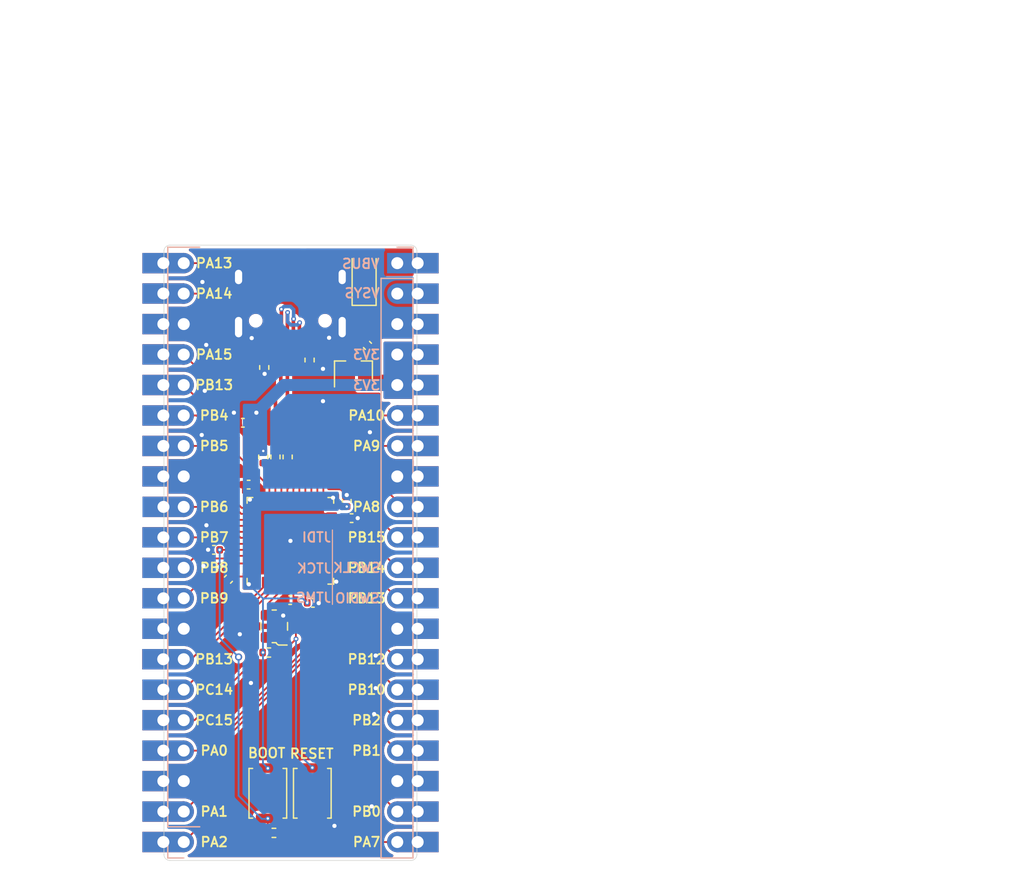
<source format=kicad_pcb>
(kicad_pcb (version 20171130) (host pcbnew "(5.1.10)-1")
  (title_block (title "RP2040 Minimal Design Example") (date 2020-07-13) (rev REV1) (company "Raspberry Pi (Trading) Ltd"))
  (layers (0 F.Cu signal) (31 B.Cu signal) (34 B.Paste user) (35 F.Paste user) (36 B.SilkS user) (37 F.SilkS user) (38 B.Mask user) (39 F.Mask user) (44 Edge.Cuts user))
  (net 0 "")
  (net 1 GND)
  (net 2 VBUS)
  (net 3 +3V3)
  (net 4 "Net-(C1-Pad2)")
  (net 5 boot0)
  (net 6 resetsw)
  (net 7 "Net-(R1-Pad2)")
  (net 8 "Net-(R2-Pad2)")
  (net 9 D+)
  (net 10 PA12)
  (net 11 D-)
  (net 12 PA11)
  (net 13 OSCpin)
  (net 14 PB9)
  (net 15 PB8)
  (net 16 PB7)
  (net 17 PB6)
  (net 18 PB5)
  (net 19 PB4)
  (net 20 PB3)
  (net 21 PA15)
  (net 22 PA10)
  (net 23 PA9)
  (net 24 PA8)
  (net 25 PB15)
  (net 26 PB14)
  (net 27 PB13)
  (net 28 PB12)
  (net 29 PB10)
  (net 30 PB2)
  (net 31 PB1)
  (net 32 PB0)
  (net 33 PA7)
  (net 34 PA2)
  (net 35 PA1)
  (net 36 PA0)
  (net 37 PC13)
  (net 38 PC14)
  (net 39 PC15)
  (net 40 VSYS)
  (net 41 PA13-SWDIO)
  (net 42 PA14-SWCLK)
  (module Diode_SMD:D_SOD-123 (layer F.Cu) (at 109.7868 59.995 90)
    (fp_text reference D1)
    (fp_text value 1N4002)
    (pad 2 smd rect (at 1.65 0 90) (size 0.9 1.2) (layers F.Cu F.Paste F.Mask) (net 2 VBUS))
    (pad 1 smd rect (at -1.65 0 90) (size 0.9 1.2) (layers F.Cu F.Paste F.Mask) (net 40 VSYS))
  )
  (module HRO-TYPE-C31-M-12:HRO-TYPE-C-31-M-12-Assembly (layer F.Cu) (at 103.64 57.2772 180)
    (fp_text reference USB1)
    (fp_text value HRO-TYPE-C-31-M-12)
    (pad 12 smd rect (at 3.225 -7.695 180) (size 0.6 1.45) (layers F.Cu F.Paste F.Mask) (net 1 GND))
    (pad 1 smd rect (at -3.225 -7.695 180) (size 0.6 1.45) (layers F.Cu F.Paste F.Mask) (net 1 GND))
    (pad 11 smd rect (at 2.45 -7.695 180) (size 0.6 1.45) (layers F.Cu F.Paste F.Mask) (net 2 VBUS))
    (pad 2 smd rect (at -2.45 -7.695 180) (size 0.6 1.45) (layers F.Cu F.Paste F.Mask) (net 2 VBUS))
    (pad 3 smd rect (at -1.75 -7.695 180) (size 0.3 1.45) (layers F.Cu F.Paste F.Mask))
    (pad 10 smd rect (at 1.75 -7.695 180) (size 0.3 1.45) (layers F.Cu F.Paste F.Mask) (net 8 "Net-(R2-Pad2)"))
    (pad 4 smd rect (at -1.25 -7.695 180) (size 0.3 1.45) (layers F.Cu F.Paste F.Mask) (net 7 "Net-(R1-Pad2)"))
    (pad 9 smd rect (at 1.25 -7.695 180) (size 0.3 1.45) (layers F.Cu F.Paste F.Mask))
    (pad 5 smd rect (at -0.75 -7.695 180) (size 0.3 1.45) (layers F.Cu F.Paste F.Mask) (net 11 D-))
    (pad 8 smd rect (at 0.75 -7.695 180) (size 0.3 1.45) (layers F.Cu F.Paste F.Mask) (net 9 D+))
    (pad 7 smd rect (at 0.25 -7.695 180) (size 0.3 1.45) (layers F.Cu F.Paste F.Mask) (net 11 D-))
    (pad 6 smd rect (at -0.25 -7.695 180) (size 0.3 1.45) (layers F.Cu F.Paste F.Mask) (net 9 D+))
    (pad "" np_thru_hole circle (at 2.89 -6.25 180) (size 0.65 0.65) (drill 0.65) (layers *.Cu *.Mask))
    (pad "" np_thru_hole circle (at -2.89 -6.25 180) (size 0.65 0.65) (drill 0.65) (layers *.Cu *.Mask))
    (pad 13 thru_hole oval (at -4.32 -6.78 180) (size 1 2.1) (drill oval 0.6 1.7) (layers *.Cu *.Mask) (net 1 GND))
    (pad 13 thru_hole oval (at 4.32 -6.78 180) (size 1 2.1) (drill oval 0.6 1.7) (layers *.Cu *.Mask) (net 1 GND))
    (pad 13 thru_hole oval (at -4.32 -2.6 180) (size 1 1.6) (drill oval 0.6 1.2) (layers *.Cu *.Mask) (net 1 GND))
    (pad 13 thru_hole oval (at 4.32 -2.6 180) (size 1 1.6) (drill oval 0.6 1.2) (layers *.Cu *.Mask) (net 1 GND))
  )
  (module Button_Switch_SMD:SW_Push_SPST_NO_Alps_SKRK (layer F.Cu) (at 105.4688 102.921 90)
    (fp_text reference SW2)
    (fp_text value "Reset Switch")
    (pad 1 smd roundrect (at -2.1 0 90) (size 0.8 2) (layers F.Cu F.Paste F.Mask) (net 1 GND))
    (pad 2 smd roundrect (at 2.1 0 90) (size 0.8 2) (layers F.Cu F.Paste F.Mask) (net 6 resetsw))
  )
  (module Button_Switch_SMD:SW_Push_SPST_NO_Alps_SKRK (layer F.Cu) (at 101.7604 102.921 270)
    (fp_text reference SW1)
    (fp_text value "Boot Mode")
    (pad 1 smd roundrect (at -2.1 0 270) (size 0.8 2) (layers F.Cu F.Paste F.Mask) (net 3 +3V3))
    (pad 2 smd roundrect (at 2.1 0 270) (size 0.8 2) (layers F.Cu F.Paste F.Mask) (net 5 boot0))
  )
  (module Oscillator:Oscillator_SMD_ECS_2520MV-xxx-xx-4Pin_2.5x2.0mm (layer F.Cu) (at 102.2938 89.00434 180)
    (fp_text reference X1)
    (fp_text value ECS-2520MV-xxx-xx)
    (pad 3 smd roundrect (at 0.725 0.925 180) (size 0.8 0.9) (layers F.Cu F.Paste F.Mask) (net 13 OSCpin))
    (pad 2 smd roundrect (at -0.725 0.925 180) (size 0.8 0.9) (layers F.Cu F.Paste F.Mask) (net 1 GND))
    (pad 4 smd roundrect (at 0.725 -0.925 180) (size 0.8 0.9) (layers F.Cu F.Paste F.Mask))
    (pad 1 smd roundrect (at -0.725 -0.925 180) (size 0.8 0.9) (layers F.Cu F.Paste F.Mask))
  )
  (module Package_TO_SOT_SMD:SOT-23 (layer F.Cu) (at 108.8978 67.6404 90)
    (fp_text reference U2)
    (fp_text value XC6206PxxxMR)
    (pad 3 smd rect (at 1 0 90) (size 0.9 0.8) (layers F.Cu F.Paste F.Mask) (net 40 VSYS))
    (pad 2 smd rect (at -1 0.95 90) (size 0.9 0.8) (layers F.Cu F.Paste F.Mask) (net 3 +3V3))
    (pad 1 smd rect (at -1 -0.95 90) (size 0.9 0.8) (layers F.Cu F.Paste F.Mask) (net 1 GND))
  )
  (module Package_DFN_QFN:QFN-48-1EP_7x7mm_P0.5mm_EP5.6x5.6mm (layer F.Cu) (at 103.64 81.87456 90)
    (fp_text reference U1)
    (fp_text value STM32F411CEUx)
    (pad 49 smd rect (at 0 0 90) (size 5.6 5.6) (layers F.Cu F.Mask) (net 1 GND))
    (pad 48 smd roundrect (at -2.75 -3.4375 90) (size 0.25 0.875) (layers F.Cu F.Paste F.Mask) (net 3 +3V3))
    (pad 47 smd roundrect (at -2.25 -3.4375 90) (size 0.25 0.875) (layers F.Cu F.Paste F.Mask) (net 1 GND))
    (pad 46 smd roundrect (at -1.75 -3.4375 90) (size 0.25 0.875) (layers F.Cu F.Paste F.Mask) (net 14 PB9))
    (pad 45 smd roundrect (at -1.25 -3.4375 90) (size 0.25 0.875) (layers F.Cu F.Paste F.Mask) (net 15 PB8))
    (pad 44 smd roundrect (at -0.75 -3.4375 90) (size 0.25 0.875) (layers F.Cu F.Paste F.Mask) (net 5 boot0))
    (pad 43 smd roundrect (at -0.25 -3.4375 90) (size 0.25 0.875) (layers F.Cu F.Paste F.Mask) (net 16 PB7))
    (pad 42 smd roundrect (at 0.25 -3.4375 90) (size 0.25 0.875) (layers F.Cu F.Paste F.Mask) (net 17 PB6))
    (pad 41 smd roundrect (at 0.75 -3.4375 90) (size 0.25 0.875) (layers F.Cu F.Paste F.Mask) (net 18 PB5))
    (pad 40 smd roundrect (at 1.25 -3.4375 90) (size 0.25 0.875) (layers F.Cu F.Paste F.Mask) (net 19 PB4))
    (pad 39 smd roundrect (at 1.75 -3.4375 90) (size 0.25 0.875) (layers F.Cu F.Paste F.Mask) (net 20 PB3))
    (pad 38 smd roundrect (at 2.25 -3.4375 90) (size 0.25 0.875) (layers F.Cu F.Paste F.Mask) (net 21 PA15))
    (pad 37 smd roundrect (at 2.75 -3.4375 90) (size 0.25 0.875) (layers F.Cu F.Paste F.Mask) (net 42 PA14-SWCLK))
    (pad 36 smd roundrect (at 3.4375 -2.75 90) (size 0.875 0.25) (layers F.Cu F.Paste F.Mask) (net 3 +3V3))
    (pad 35 smd roundrect (at 3.4375 -2.25 90) (size 0.875 0.25) (layers F.Cu F.Paste F.Mask) (net 1 GND))
    (pad 34 smd roundrect (at 3.4375 -1.75 90) (size 0.875 0.25) (layers F.Cu F.Paste F.Mask) (net 41 PA13-SWDIO))
    (pad 33 smd roundrect (at 3.4375 -1.25 90) (size 0.875 0.25) (layers F.Cu F.Paste F.Mask) (net 10 PA12))
    (pad 32 smd roundrect (at 3.4375 -0.75 90) (size 0.875 0.25) (layers F.Cu F.Paste F.Mask) (net 12 PA11))
    (pad 31 smd roundrect (at 3.4375 -0.25 90) (size 0.875 0.25) (layers F.Cu F.Paste F.Mask) (net 22 PA10))
    (pad 30 smd roundrect (at 3.4375 0.25 90) (size 0.875 0.25) (layers F.Cu F.Paste F.Mask) (net 23 PA9))
    (pad 29 smd roundrect (at 3.4375 0.75 90) (size 0.875 0.25) (layers F.Cu F.Paste F.Mask) (net 24 PA8))
    (pad 28 smd roundrect (at 3.4375 1.25 90) (size 0.875 0.25) (layers F.Cu F.Paste F.Mask) (net 25 PB15))
    (pad 27 smd roundrect (at 3.4375 1.75 90) (size 0.875 0.25) (layers F.Cu F.Paste F.Mask) (net 26 PB14))
    (pad 26 smd roundrect (at 3.4375 2.25 90) (size 0.875 0.25) (layers F.Cu F.Paste F.Mask) (net 27 PB13))
    (pad 25 smd roundrect (at 3.4375 2.75 90) (size 0.875 0.25) (layers F.Cu F.Paste F.Mask) (net 28 PB12))
    (pad 24 smd roundrect (at 2.75 3.4375 90) (size 0.25 0.875) (layers F.Cu F.Paste F.Mask) (net 3 +3V3))
    (pad 23 smd roundrect (at 2.25 3.4375 90) (size 0.25 0.875) (layers F.Cu F.Paste F.Mask) (net 1 GND))
    (pad 22 smd roundrect (at 1.75 3.4375 90) (size 0.25 0.875) (layers F.Cu F.Paste F.Mask) (net 4 "Net-(C1-Pad2)"))
    (pad 21 smd roundrect (at 1.25 3.4375 90) (size 0.25 0.875) (layers F.Cu F.Paste F.Mask) (net 29 PB10))
    (pad 20 smd roundrect (at 0.75 3.4375 90) (size 0.25 0.875) (layers F.Cu F.Paste F.Mask) (net 30 PB2))
    (pad 19 smd roundrect (at 0.25 3.4375 90) (size 0.25 0.875) (layers F.Cu F.Paste F.Mask) (net 31 PB1))
    (pad 18 smd roundrect (at -0.25 3.4375 90) (size 0.25 0.875) (layers F.Cu F.Paste F.Mask) (net 32 PB0))
    (pad 17 smd roundrect (at -0.75 3.4375 90) (size 0.25 0.875) (layers F.Cu F.Paste F.Mask) (net 33 PA7))
    (pad 16 smd roundrect (at -1.25 3.4375 90) (size 0.25 0.875) (layers F.Cu F.Paste F.Mask))
    (pad 15 smd roundrect (at -1.75 3.4375 90) (size 0.25 0.875) (layers F.Cu F.Paste F.Mask))
    (pad 14 smd roundrect (at -2.25 3.4375 90) (size 0.25 0.875) (layers F.Cu F.Paste F.Mask))
    (pad 13 smd roundrect (at -2.75 3.4375 90) (size 0.25 0.875) (layers F.Cu F.Paste F.Mask))
    (pad 12 smd roundrect (at -3.4375 2.75 90) (size 0.875 0.25) (layers F.Cu F.Paste F.Mask) (net 34 PA2))
    (pad 11 smd roundrect (at -3.4375 2.25 90) (size 0.875 0.25) (layers F.Cu F.Paste F.Mask) (net 35 PA1))
    (pad 10 smd roundrect (at -3.4375 1.75 90) (size 0.875 0.25) (layers F.Cu F.Paste F.Mask) (net 36 PA0))
    (pad 9 smd roundrect (at -3.4375 1.25 90) (size 0.875 0.25) (layers F.Cu F.Paste F.Mask) (net 3 +3V3))
    (pad 8 smd roundrect (at -3.4375 0.75 90) (size 0.875 0.25) (layers F.Cu F.Paste F.Mask) (net 1 GND))
    (pad 7 smd roundrect (at -3.4375 0.25 90) (size 0.875 0.25) (layers F.Cu F.Paste F.Mask) (net 6 resetsw))
    (pad 6 smd roundrect (at -3.4375 -0.25 90) (size 0.875 0.25) (layers F.Cu F.Paste F.Mask))
    (pad 5 smd roundrect (at -3.4375 -0.75 90) (size 0.875 0.25) (layers F.Cu F.Paste F.Mask) (net 13 OSCpin))
    (pad 4 smd roundrect (at -3.4375 -1.25 90) (size 0.875 0.25) (layers F.Cu F.Paste F.Mask) (net 39 PC15))
    (pad 3 smd roundrect (at -3.4375 -1.75 90) (size 0.875 0.25) (layers F.Cu F.Paste F.Mask) (net 38 PC14))
    (pad 2 smd roundrect (at -3.4375 -2.25 90) (size 0.875 0.25) (layers F.Cu F.Paste F.Mask) (net 37 PC13))
    (pad 1 smd roundrect (at -3.4375 -2.75 90) (size 0.875 0.25) (layers F.Cu F.Paste F.Mask) (net 3 +3V3))
  )
  (module Resistor_SMD:R_0402_1005Metric (layer F.Cu) (at 102.2684 106.223)
    (fp_text reference R7)
    (fp_text value "100k 0402")
    (pad 2 smd roundrect (at 0.51 0) (size 0.54 0.64) (layers F.Cu F.Paste F.Mask) (net 1 GND))
    (pad 1 smd roundrect (at -0.51 0) (size 0.54 0.64) (layers F.Cu F.Paste F.Mask) (net 5 boot0))
  )
  (module Resistor_SMD:R_0402_1005Metric (layer F.Cu) (at 101.8366 91.1862 180)
    (fp_text reference R6)
    (fp_text value "10K 0402")
    (pad 2 smd roundrect (at 0.51 0 180) (size 0.54 0.64) (layers F.Cu F.Paste F.Mask) (net 3 +3V3))
    (pad 1 smd roundrect (at -0.51 0 180) (size 0.54 0.64) (layers F.Cu F.Paste F.Mask) (net 6 resetsw))
  )
  (module Resistor_SMD:R_0402_1005Metric (layer F.Cu) (at 101.3794 74.8794 270)
    (fp_text reference R5)
    (fp_text value "1.5K 0402")
    (pad 2 smd roundrect (at 0.51 0 270) (size 0.54 0.64) (layers F.Cu F.Paste F.Mask) (net 10 PA12))
    (pad 1 smd roundrect (at -0.51 0 270) (size 0.54 0.64) (layers F.Cu F.Paste F.Mask) (net 3 +3V3))
  )
  (module Resistor_SMD:R_0402_1005Metric (layer F.Cu) (at 103.4114 74.8794 90)
    (fp_text reference R4)
    (fp_text value 22ohm)
    (pad 2 smd roundrect (at 0.51 0 90) (size 0.54 0.64) (layers F.Cu F.Paste F.Mask) (net 11 D-))
    (pad 1 smd roundrect (at -0.51 0 90) (size 0.54 0.64) (layers F.Cu F.Paste F.Mask) (net 12 PA11))
  )
  (module Resistor_SMD:R_0402_1005Metric (layer F.Cu) (at 102.3954 74.8794 90)
    (fp_text reference R3)
    (fp_text value 22ohm)
    (pad 2 smd roundrect (at 0.51 0 90) (size 0.54 0.64) (layers F.Cu F.Paste F.Mask) (net 9 D+))
    (pad 1 smd roundrect (at -0.51 0 90) (size 0.54 0.64) (layers F.Cu F.Paste F.Mask) (net 10 PA12))
  )
  (module Resistor_SMD:R_0402_1005Metric (layer F.Cu) (at 101.46068 67.42196 90)
    (fp_text reference R2)
    (fp_text value "5.1K 0402")
    (pad 2 smd roundrect (at 0.51 0 90) (size 0.54 0.64) (layers F.Cu F.Paste F.Mask) (net 8 "Net-(R2-Pad2)"))
    (pad 1 smd roundrect (at -0.51 0 90) (size 0.54 0.64) (layers F.Cu F.Paste F.Mask) (net 1 GND))
  )
  (module Resistor_SMD:R_0402_1005Metric (layer F.Cu) (at 105.2402 66.8022 90)
    (fp_text reference R1)
    (fp_text value "5.1K 0402")
    (pad 2 smd roundrect (at 0.51 0 90) (size 0.54 0.64) (layers F.Cu F.Paste F.Mask) (net 7 "Net-(R1-Pad2)"))
    (pad 1 smd roundrect (at -0.51 0 90) (size 0.54 0.64) (layers F.Cu F.Paste F.Mask) (net 1 GND))
  )
  (module Capacitor_SMD:C_0402_1005Metric (layer F.Cu) (at 103.61968 86.8174 180)
    (fp_text reference C9)
    (fp_text value "100nf 0402")
    (pad 2 smd roundrect (at 0.48 0 180) (size 0.56 0.62) (layers F.Cu F.Paste F.Mask) (net 1 GND))
    (pad 1 smd roundrect (at -0.48 0 180) (size 0.56 0.62) (layers F.Cu F.Paste F.Mask) (net 6 resetsw))
  )
  (module Capacitor_SMD:C_0402_1005Metric (layer F.Cu) (at 97.2646 82.6264 180)
    (fp_text reference C8)
    (fp_text value "100nf 0402")
    (pad 2 smd roundrect (at 0.48 0 180) (size 0.56 0.62) (layers F.Cu F.Paste F.Mask) (net 1 GND))
    (pad 1 smd roundrect (at -0.48 0 180) (size 0.56 0.62) (layers F.Cu F.Paste F.Mask) (net 5 boot0))
  )
  (module Capacitor_SMD:C_0402_1005Metric (layer F.Cu) (at 108.339 78.537 270)
    (fp_text reference C7)
    (fp_text value "1uf capacitor")
    (pad 2 smd roundrect (at 0.48 0 270) (size 0.56 0.62) (layers F.Cu F.Paste F.Mask) (net 3 +3V3))
    (pad 1 smd roundrect (at -0.48 0 270) (size 0.56 0.62) (layers F.Cu F.Paste F.Mask) (net 1 GND))
  )
  (module Capacitor_SMD:C_0402_1005Metric (layer F.Cu) (at 110.0662 65.583 135)
    (fp_text reference C6)
    (fp_text value "1uf capacitor")
    (pad 2 smd roundrect (at 0.48 0 135) (size 0.56 0.62) (layers F.Cu F.Paste F.Mask) (net 40 VSYS))
    (pad 1 smd roundrect (at -0.48 0 135) (size 0.56 0.62) (layers F.Cu F.Paste F.Mask) (net 1 GND))
  )
  (module Capacitor_SMD:C_0402_1005Metric (layer F.Cu) (at 98.47364 85.07496 45)
    (fp_text reference C5)
    (fp_text value "100nf capacitor")
    (pad 2 smd roundrect (at 0.48 0 45) (size 0.56 0.62) (layers F.Cu F.Paste F.Mask) (net 3 +3V3))
    (pad 1 smd roundrect (at -0.48 0 45) (size 0.56 0.62) (layers F.Cu F.Paste F.Mask) (net 1 GND))
  )
  (module Capacitor_SMD:C_0402_1005Metric (layer F.Cu) (at 100.1602 77.1908 180)
    (fp_text reference C4)
    (fp_text value "100nf capacitor")
    (pad 2 smd roundrect (at 0.48 0 180) (size 0.56 0.62) (layers F.Cu F.Paste F.Mask) (net 3 +3V3))
    (pad 1 smd roundrect (at -0.48 0 180) (size 0.56 0.62) (layers F.Cu F.Paste F.Mask) (net 1 GND))
  )
  (module Capacitor_SMD:C_0402_1005Metric (layer F.Cu) (at 99.6776 72.0346)
    (fp_text reference C3)
    (fp_text value "100nf capacitor")
    (pad 2 smd roundrect (at 0.48 0) (size 0.56 0.62) (layers F.Cu F.Paste F.Mask) (net 3 +3V3))
    (pad 1 smd roundrect (at -0.48 0) (size 0.56 0.62) (layers F.Cu F.Paste F.Mask) (net 1 GND))
  )
  (module Capacitor_SMD:C_0402_1005Metric (layer F.Cu) (at 105.5196 87.046)
    (fp_text reference C2)
    (fp_text value "100nf capacitor")
    (pad 2 smd roundrect (at 0.48 0) (size 0.56 0.62) (layers F.Cu F.Paste F.Mask) (net 1 GND))
    (pad 1 smd roundrect (at -0.48 0) (size 0.56 0.62) (layers F.Cu F.Paste F.Mask) (net 3 +3V3))
  )
  (module Capacitor_SMD:C_0402_1005Metric (layer F.Cu) (at 108.7454 79.9848 180)
    (fp_text reference C1)
    (fp_text value "2.2uF 0402")
    (pad 2 smd roundrect (at 0.48 0 180) (size 0.56 0.62) (layers F.Cu F.Paste F.Mask) (net 4 "Net-(C1-Pad2)"))
    (pad 1 smd roundrect (at -0.48 0 180) (size 0.56 0.62) (layers F.Cu F.Paste F.Mask) (net 1 GND))
  )
  (module Connector_PinHeader_2.54mm:PinHeader_1x20_P2.54mm_Vertical (layer B.Cu) (at 112.53 58.725 180)
    (fp_text reference J2)
    (fp_text value "2.54mm header 01x20")
    (pad 20 thru_hole oval (at -0.02 -48.26 180) (size 1.7 1.7) (drill 1) (layers *.Cu *.Mask) (net 33 PA7))
    (pad 19 thru_hole oval (at -0.02 -45.72 180) (size 1.7 1.7) (drill 1) (layers *.Cu *.Mask) (net 32 PB0))
    (pad 18 thru_hole rect (at -0.02 -43.18 180) (size 1.7 1.7) (drill 1) (layers *.Cu *.Mask) (net 1 GND))
    (pad 17 thru_hole oval (at -0.02 -40.64 180) (size 1.7 1.7) (drill 1) (layers *.Cu *.Mask) (net 31 PB1))
    (pad 16 thru_hole oval (at -0.02 -38.1 180) (size 1.7 1.7) (drill 1) (layers *.Cu *.Mask) (net 30 PB2))
    (pad 15 thru_hole oval (at -0.02 -35.56 180) (size 1.7 1.7) (drill 1) (layers *.Cu *.Mask) (net 29 PB10))
    (pad 14 thru_hole oval (at -0.02 -33.02 180) (size 1.7 1.7) (drill 1) (layers *.Cu *.Mask) (net 28 PB12))
    (pad 13 thru_hole rect (at -0.02 -30.48 180) (size 1.7 1.7) (drill 1) (layers *.Cu *.Mask) (net 1 GND))
    (pad 12 thru_hole oval (at -0.02 -27.94 180) (size 1.7 1.7) (drill 1) (layers *.Cu *.Mask) (net 27 PB13))
    (pad 11 thru_hole oval (at -0.02 -25.4 180) (size 1.7 1.7) (drill 1) (layers *.Cu *.Mask) (net 26 PB14))
    (pad 10 thru_hole oval (at -0.02 -22.86 180) (size 1.7 1.7) (drill 1) (layers *.Cu *.Mask) (net 25 PB15))
    (pad 9 thru_hole oval (at -0.02 -20.32 180) (size 1.7 1.7) (drill 1) (layers *.Cu *.Mask) (net 24 PA8))
    (pad 8 thru_hole rect (at -0.02 -17.78 180) (size 1.7 1.7) (drill 1) (layers *.Cu *.Mask) (net 1 GND))
    (pad 7 thru_hole oval (at -0.02 -15.24 180) (size 1.7 1.7) (drill 1) (layers *.Cu *.Mask) (net 23 PA9))
    (pad 6 thru_hole oval (at -0.02 -12.7 180) (size 1.7 1.7) (drill 1) (layers *.Cu *.Mask) (net 22 PA10))
    (pad 5 thru_hole oval (at -0.02 -10.16 180) (size 1.7 1.7) (drill 1) (layers *.Cu *.Mask) (net 3 +3V3))
    (pad 4 thru_hole oval (at -0.02 -7.62 180) (size 1.7 1.7) (drill 1) (layers *.Cu *.Mask) (net 3 +3V3))
    (pad 3 thru_hole rect (at -0.02 -5.08 180) (size 1.7 1.7) (drill 1) (layers *.Cu *.Mask) (net 1 GND))
    (pad 2 thru_hole oval (at -0.02 -2.54 180) (size 1.7 1.7) (drill 1) (layers *.Cu *.Mask) (net 40 VSYS))
    (pad 1 thru_hole rect (at -0.02 0 180) (size 1.7 1.7) (drill 1) (layers *.Cu *.Mask) (net 2 VBUS))
    (pad 17 thru_hole rect (at -1.72 -40.64 180) (size 3.5 1.7) (drill 1) (layers *.Cu *.Mask) (net 31 PB1))
    (pad 18 thru_hole rect (at -1.72 -43.18 180) (size 3.5 1.7) (drill 1) (layers *.Cu *.Mask) (net 1 GND))
    (pad 16 thru_hole rect (at -1.72 -38.1 180) (size 3.5 1.7) (drill 1) (layers *.Cu *.Mask) (net 30 PB2))
    (pad 19 thru_hole rect (at -1.72 -45.72 180) (size 3.5 1.7) (drill 1) (layers *.Cu *.Mask) (net 32 PB0))
    (pad 15 thru_hole rect (at -1.72 -35.56 180) (size 3.5 1.7) (drill 1) (layers *.Cu *.Mask) (net 29 PB10))
    (pad 20 thru_hole rect (at -1.72 -48.26 180) (size 3.5 1.7) (drill 1) (layers *.Cu *.Mask) (net 33 PA7))
    (pad 12 thru_hole rect (at -1.72 -27.94 180) (size 3.5 1.7) (drill 1) (layers *.Cu *.Mask) (net 27 PB13))
    (pad 14 thru_hole rect (at -1.72 -33.02 180) (size 3.5 1.7) (drill 1) (layers *.Cu *.Mask) (net 28 PB12))
    (pad 11 thru_hole rect (at -1.72 -25.4 180) (size 3.5 1.7) (drill 1) (layers *.Cu *.Mask) (net 26 PB14))
    (pad 7 thru_hole rect (at -1.72 -15.24 180) (size 3.5 1.7) (drill 1) (layers *.Cu *.Mask) (net 23 PA9))
    (pad 6 thru_hole rect (at -1.72 -12.7 180) (size 3.5 1.7) (drill 1) (layers *.Cu *.Mask) (net 22 PA10))
    (pad 5 thru_hole rect (at -1.72 -10.16 180) (size 3.5 1.7) (drill 1) (layers *.Cu *.Mask) (net 3 +3V3))
    (pad 2 thru_hole rect (at -1.72 -2.54 180) (size 3.5 1.7) (drill 1) (layers *.Cu *.Mask) (net 40 VSYS))
    (pad 13 thru_hole rect (at -1.72 -30.48 180) (size 3.5 1.7) (drill 1) (layers *.Cu *.Mask) (net 1 GND))
    (pad 8 thru_hole rect (at -1.72 -17.78 180) (size 3.5 1.7) (drill 1) (layers *.Cu *.Mask) (net 1 GND))
    (pad 3 thru_hole rect (at -1.72 -5.08 180) (size 3.5 1.7) (drill 1) (layers *.Cu *.Mask) (net 1 GND))
    (pad 1 thru_hole rect (at -1.72 0 180) (size 3.5 1.7) (drill 1) (layers *.Cu *.Mask) (net 2 VBUS))
    (pad 9 thru_hole rect (at -1.72 -20.32 180) (size 3.5 1.7) (drill 1) (layers *.Cu *.Mask) (net 24 PA8))
    (pad 4 thru_hole rect (at -1.72 -7.62 180) (size 3.5 1.7) (drill 1) (layers *.Cu *.Mask) (net 3 +3V3))
    (pad 10 thru_hole rect (at -1.72 -22.86 180) (size 3.5 1.7) (drill 1) (layers *.Cu *.Mask) (net 25 PB15))
  )
  (module Connector_PinHeader_2.54mm:PinHeader_1x20_P2.54mm_Vertical (layer B.Cu) (at 94.75 106.985)
    (fp_text reference J1 hide)
    (fp_text value "2.54mm header 01x20")
    (pad 20 thru_hole oval (at 0 -48.26) (size 1.7 1.7) (drill 1) (layers *.Cu *.Mask) (net 41 PA13-SWDIO))
    (pad 19 thru_hole oval (at 0 -45.72) (size 1.7 1.7) (drill 1) (layers *.Cu *.Mask) (net 42 PA14-SWCLK))
    (pad 18 thru_hole rect (at 0 -43.18) (size 1.7 1.7) (drill 1) (layers *.Cu *.Mask) (net 1 GND))
    (pad 17 thru_hole oval (at 0 -40.64) (size 1.7 1.7) (drill 1) (layers *.Cu *.Mask) (net 21 PA15))
    (pad 16 thru_hole oval (at 0 -38.1) (size 1.7 1.7) (drill 1) (layers *.Cu *.Mask) (net 20 PB3))
    (pad 15 thru_hole oval (at 0 -35.56) (size 1.7 1.7) (drill 1) (layers *.Cu *.Mask) (net 19 PB4))
    (pad 14 thru_hole oval (at 0 -33.02) (size 1.7 1.7) (drill 1) (layers *.Cu *.Mask) (net 18 PB5))
    (pad 13 thru_hole rect (at 0 -30.48) (size 1.7 1.7) (drill 1) (layers *.Cu *.Mask) (net 1 GND))
    (pad 12 thru_hole oval (at 0 -27.94) (size 1.7 1.7) (drill 1) (layers *.Cu *.Mask) (net 17 PB6))
    (pad 11 thru_hole oval (at 0 -25.4) (size 1.7 1.7) (drill 1) (layers *.Cu *.Mask) (net 16 PB7))
    (pad 10 thru_hole oval (at 0 -22.86) (size 1.7 1.7) (drill 1) (layers *.Cu *.Mask) (net 15 PB8))
    (pad 9 thru_hole oval (at 0 -20.32) (size 1.7 1.7) (drill 1) (layers *.Cu *.Mask) (net 14 PB9))
    (pad 8 thru_hole rect (at 0 -17.78) (size 1.7 1.7) (drill 1) (layers *.Cu *.Mask) (net 1 GND))
    (pad 7 thru_hole oval (at 0 -15.24) (size 1.7 1.7) (drill 1) (layers *.Cu *.Mask) (net 37 PC13))
    (pad 6 thru_hole oval (at 0 -12.7) (size 1.7 1.7) (drill 1) (layers *.Cu *.Mask) (net 38 PC14))
    (pad 5 thru_hole oval (at 0 -10.16) (size 1.7 1.7) (drill 1) (layers *.Cu *.Mask) (net 39 PC15))
    (pad 4 thru_hole oval (at 0 -7.62) (size 1.7 1.7) (drill 1) (layers *.Cu *.Mask) (net 36 PA0))
    (pad 3 thru_hole rect (at 0 -5.08) (size 1.7 1.7) (drill 1) (layers *.Cu *.Mask) (net 1 GND))
    (pad 2 thru_hole oval (at 0 -2.54) (size 1.7 1.7) (drill 1) (layers *.Cu *.Mask) (net 35 PA1))
    (pad 1 thru_hole circle (at 0 0) (size 1.7 1.7) (drill 1) (layers *.Cu *.Mask) (net 34 PA2))
    (pad 2 thru_hole rect (at -1.7 -2.54) (size 3.5 1.7) (drill 1) (layers *.Cu *.Mask) (net 35 PA1))
    (pad 14 thru_hole rect (at -1.7 -33.02) (size 3.5 1.7) (drill 1) (layers *.Cu *.Mask) (net 18 PB5))
    (pad 4 thru_hole rect (at -1.7 -7.62) (size 3.5 1.7) (drill 1) (layers *.Cu *.Mask) (net 36 PA0))
    (pad 6 thru_hole rect (at -1.7 -12.7) (size 3.5 1.7) (drill 1) (layers *.Cu *.Mask) (net 38 PC14))
    (pad 8 thru_hole rect (at -1.7 -17.78) (size 3.5 1.7) (drill 1) (layers *.Cu *.Mask) (net 1 GND))
    (pad 9 thru_hole rect (at -1.7 -20.32) (size 3.5 1.7) (drill 1) (layers *.Cu *.Mask) (net 14 PB9))
    (pad 15 thru_hole rect (at -1.7 -35.56) (size 3.5 1.7) (drill 1) (layers *.Cu *.Mask) (net 19 PB4))
    (pad 12 thru_hole rect (at -1.69 -27.94) (size 3.5 1.7) (drill 1) (layers *.Cu *.Mask) (net 17 PB6))
    (pad 16 thru_hole rect (at -1.7 -38.1) (size 3.5 1.7) (drill 1) (layers *.Cu *.Mask) (net 20 PB3))
    (pad 19 thru_hole rect (at -1.7 -45.73) (size 3.5 1.7) (drill 1) (layers *.Cu *.Mask) (net 42 PA14-SWCLK))
    (pad 17 thru_hole rect (at -1.7 -40.65) (size 3.5 1.7) (drill 1) (layers *.Cu *.Mask) (net 21 PA15))
    (pad 7 thru_hole rect (at -1.71 -15.24) (size 3.5 1.7) (drill 1) (layers *.Cu *.Mask) (net 37 PC13))
    (pad 5 thru_hole rect (at -1.7 -10.16) (size 3.5 1.7) (drill 1) (layers *.Cu *.Mask) (net 39 PC15))
    (pad 11 thru_hole rect (at -1.7 -25.4) (size 3.5 1.7) (drill 1) (layers *.Cu *.Mask) (net 16 PB7))
    (pad 13 thru_hole rect (at -1.7 -30.48) (size 3.5 1.7) (drill 1) (layers *.Cu *.Mask) (net 1 GND))
    (pad 1 thru_hole rect (at -1.7 0) (size 3.5 1.7) (drill 1) (layers *.Cu *.Mask) (net 34 PA2))
    (pad 10 thru_hole rect (at -1.7 -22.86) (size 3.5 1.7) (drill 1) (layers *.Cu *.Mask) (net 15 PB8))
    (pad 18 thru_hole rect (at -1.7 -43.18) (size 3.5 1.7) (drill 1) (layers *.Cu *.Mask) (net 1 GND))
    (pad 3 thru_hole rect (at -1.7 -5.08) (size 3.5 1.7) (drill 1) (layers *.Cu *.Mask) (net 1 GND))
    (pad 20 thru_hole rect (at -1.7 -48.26) (size 3.5 1.7) (drill 1) (layers *.Cu *.Mask) (net 41 PA13-SWDIO))
  )
  (gr_text 3V3 (at 109.9773 66.3577) (layer B.SilkS) (effects (font (size 0.8 0.8) (thickness 0.153)) (justify mirror)))
  (gr_text 3V3 (at 109.99 68.9104) (layer B.SilkS) (effects (font (size 0.8 0.8) (thickness 0.153)) (justify mirror)))
  (gr_text VSYS (at 109.6217 61.2269) (layer B.SilkS) (effects (font (size 0.8 0.8) (thickness 0.153)) (justify mirror)))
  (gr_text VBUS (at 109.5074 58.7758) (layer B.SilkS) (effects (font (size 0.8 0.8) (thickness 0.153)) (justify mirror)))
  (gr_line (start 107.1452 87.173) (end 107.1452 80.9754) (layer B.SilkS) (width 0.1))
  (gr_text JTCK (at 105.608495 84.1758) (layer B.SilkS) (effects (font (size 0.8 0.8) (thickness 0.153)) (justify mirror)))
  (gr_text JTMS (at 105.5704 86.6142) (layer B.SilkS) (effects (font (size 0.8 0.8) (thickness 0.153)) (justify mirror)))
  (gr_text JTDI (at 105.818019 81.585) (layer B.SilkS) (effects (font (size 0.8 0.8) (thickness 0.153)) (justify mirror)))
  (gr_text RESET (at 105.418 99.619) (layer F.SilkS) (effects (font (size 0.8 0.8) (thickness 0.153))))
  (gr_text BOOT (at 101.6588 99.5682) (layer F.SilkS) (effects (font (size 0.8 0.8) (thickness 0.153))))
  (gr_text SWCLK (at 109.1772 84.125) (layer B.SilkS) (effects (font (size 0.8 0.8) (thickness 0.153)) (justify mirror)))
  (gr_text SWDIO (at 109.228 86.665) (layer B.SilkS) (effects (font (size 0.8 0.8) (thickness 0.153)) (justify mirror)))
  (gr_text PA10 (at 109.99 71.425) (layer F.SilkS) (effects (font (size 0.8 0.8) (thickness 0.153))))
  (gr_text PA9 (at 109.99 73.965) (layer F.SilkS) (effects (font (size 0.8 0.8) (thickness 0.153))))
  (gr_text PA8 (at 109.99 79.045) (layer F.SilkS) (effects (font (size 0.8 0.8) (thickness 0.153))))
  (gr_text PB15 (at 109.99 81.585) (layer F.SilkS) (effects (font (size 0.8 0.8) (thickness 0.153))))
  (gr_text PB14 (at 109.99 84.125) (layer F.SilkS) (effects (font (size 0.8 0.8) (thickness 0.153))))
  (gr_text PB13 (at 109.99 86.665) (layer F.SilkS) (effects (font (size 0.8 0.8) (thickness 0.153))))
  (gr_text PB12 (at 109.99 91.745) (layer F.SilkS) (effects (font (size 0.8 0.8) (thickness 0.153))))
  (gr_text PB10 (at 109.99 94.285) (layer F.SilkS) (effects (font (size 0.8 0.8) (thickness 0.153))))
  (gr_text PB2 (at 109.99 96.825) (layer F.SilkS) (effects (font (size 0.8 0.8) (thickness 0.153))))
  (gr_text PB1 (at 109.99 99.365) (layer F.SilkS) (effects (font (size 0.8 0.8) (thickness 0.153))))
  (gr_text PB0 (at 109.99 104.445) (layer F.SilkS) (effects (font (size 0.8 0.8) (thickness 0.153))))
  (gr_text PA7 (at 109.99 106.985) (layer F.SilkS) (effects (font (size 0.8 0.8) (thickness 0.153))))
  (gr_text PA2 (at 97.29 106.985) (layer F.SilkS) (effects (font (size 0.8 0.8) (thickness 0.153))))
  (gr_text PA1 (at 97.29 104.445) (layer F.SilkS) (effects (font (size 0.8 0.8) (thickness 0.153))))
  (gr_text PA0 (at 97.29 99.365) (layer F.SilkS) (effects (font (size 0.8 0.8) (thickness 0.153))))
  (gr_text PC15 (at 97.29 96.825) (layer F.SilkS) (effects (font (size 0.8 0.8) (thickness 0.153))))
  (gr_text PC14 (at 97.29 94.285) (layer F.SilkS) (effects (font (size 0.8 0.8) (thickness 0.153))))
  (gr_text PB13 (at 97.29 91.745) (layer F.SilkS) (effects (font (size 0.8 0.8) (thickness 0.153))))
  (gr_text PB9 (at 97.29 86.665) (layer F.SilkS) (effects (font (size 0.8 0.8) (thickness 0.153))))
  (gr_text PB8 (at 97.29 84.125) (layer F.SilkS) (effects (font (size 0.8 0.8) (thickness 0.153))))
  (gr_text PB7 (at 97.29 81.585) (layer F.SilkS) (effects (font (size 0.8 0.8) (thickness 0.153))))
  (gr_text PB6 (at 97.29 79.045) (layer F.SilkS) (effects (font (size 0.8 0.8) (thickness 0.153))))
  (gr_text PB5 (at 97.29 73.965) (layer F.SilkS) (effects (font (size 0.8 0.8) (thickness 0.153))))
  (gr_text PB4 (at 97.29 71.425) (layer F.SilkS) (effects (font (size 0.8 0.8) (thickness 0.153))))
  (gr_text PB13 (at 97.29 68.885) (layer F.SilkS) (effects (font (size 0.8 0.8) (thickness 0.153))))
  (gr_text PA15 (at 97.29 66.345) (layer F.SilkS) (effects (font (size 0.8 0.8) (thickness 0.153))))
  (gr_text PA14 (at 97.29 61.265) (layer F.SilkS) (effects (font (size 0.8 0.8) (thickness 0.153))))
  (gr_text PA13 (at 97.29 58.725) (layer F.SilkS) (effects (font (size 0.8 0.8) (thickness 0.153))))
  (gr_arc (start 113.69 108.025) (end 113.69 108.525) (angle -90) (layer Edge.Cuts) (width 0.05))
  (gr_arc (start 93.6 108.025) (end 93.1 108.025) (angle -90) (layer Edge.Cuts) (width 0.05))
  (gr_arc (start 93.6 57.725) (end 93.6 57.225) (angle -90) (layer Edge.Cuts) (width 0.05))
  (gr_arc (start 113.69 57.725) (end 114.19 57.725) (angle -90) (layer Edge.Cuts) (width 0.05))
  (gr_line (start 114.19 108.025) (end 114.19 57.725) (layer Edge.Cuts) (width 0.05))
  (gr_line (start 93.6 57.225) (end 113.69 57.225) (layer Edge.Cuts) (width 0.05))
  (gr_line (start 93.1 108.025) (end 93.1 57.725) (layer Edge.Cuts) (width 0.05))
  (gr_line (start 93.6 108.525) (end 113.69 108.525) (layer Edge.Cuts) (width 0.05))
  (via (at 106.8658 64.948) (size 0.6) (drill 0.35) (layers F.Cu B.Cu) (net 1))
  (via (at 100.4142 64.9734) (size 0.6) (drill 0.35) (layers F.Cu B.Cu) (net 1))
  (via (at 98.93084 71.19132) (size 0.6) (drill 0.35) (layers F.Cu B.Cu) (net 1))
  (via (at 101.49116 67.95536) (size 0.6) (drill 0.35) (layers F.Cu B.Cu) (net 1))
  (via (at 108.339 78.0544) (size 0.6) (drill 0.35) (layers F.Cu B.Cu) (net 1))
  (via (at 109.2534 79.9848) (size 0.6) (drill 0.35) (layers F.Cu B.Cu) (net 1))
  (via (at 103.04056 88.10772) (size 0.6) (drill 0.35) (layers F.Cu B.Cu) (net 1))
  (via (at 96.77946 82.61624) (size 0.6) (drill 0.35) (layers F.Cu B.Cu) (net 1))
  (via (at 103.64508 81.87964) (size 0.6) (drill 0.35) (layers F.Cu B.Cu) (net 1))
  (segment (start 104.39 82.62456) (end 103.64 81.87456) (width 0.15) (layer F.Cu) (net 1))
  (segment (start 104.39 85.31206) (end 104.39 82.62456) (width 0.15) (layer F.Cu) (net 1))
  (segment (start 105.89 79.62456) (end 103.64 81.87456) (width 0.15) (layer F.Cu) (net 1))
  (segment (start 107.0775 79.62456) (end 105.89 79.62456) (width 0.15) (layer F.Cu) (net 1))
  (segment (start 101.39 79.62456) (end 103.64 81.87456) (width 0.15) (layer F.Cu) (net 1))
  (segment (start 101.39 78.43706) (end 101.39 79.62456) (width 0.15) (layer F.Cu) (net 1))
  (segment (start 101.39 84.12456) (end 103.64 81.87456) (width 0.15) (layer F.Cu) (net 1))
  (segment (start 100.2025 84.12456) (end 101.39 84.12456) (width 0.15) (layer F.Cu) (net 1))
  (via (at 96.39592 83.96752) (size 0.6) (drill 0.35) (layers F.Cu B.Cu) (net 1))
  (via (at 96.63976 80.57662) (size 0.6) (drill 0.35) (layers F.Cu B.Cu) (net 1))
  (via (at 106.0022 87.0714) (size 0.6) (drill 0.35) (layers F.Cu B.Cu) (net 1))
  (segment (start 101.39 77.9406) (end 100.6402 77.1908) (width 0.15) (layer F.Cu) (net 1))
  (segment (start 101.39 78.43706) (end 101.39 77.9406) (width 0.15) (layer F.Cu) (net 1))
  (via (at 110.4218 104.0132) (size 0.6) (drill 0.35) (layers F.Cu B.Cu) (net 1))
  (via (at 110.625 96.317) (size 0.6) (drill 0.35) (layers F.Cu B.Cu) (net 1))
  (via (at 110.752 94.158) (size 0.6) (drill 0.35) (layers F.Cu B.Cu) (net 1))
  (via (at 110.752 91.4402) (size 0.6) (drill 0.35) (layers F.Cu B.Cu) (net 1))
  (via (at 99.4236 89.6622) (size 0.6) (drill 0.35) (layers F.Cu B.Cu) (net 1))
  (via (at 110.2694 72.822) (size 0.6) (drill 0.35) (layers F.Cu B.Cu) (net 1))
  (via (at 96.2486 73.0506) (size 0.6) (drill 0.35) (layers F.Cu B.Cu) (net 1))
  (via (at 96.5026 69.3676) (size 0.6) (drill 0.35) (layers F.Cu B.Cu) (net 1))
  (via (at 107.4627 85.2807) (size 0.6) (drill 0.35) (layers F.Cu B.Cu) (net 1))
  (via (at 107.31284 105.6388) (size 0.6) (drill 0.35) (layers F.Cu B.Cu) (net 1))
  (via (at 100.3507 93.7262) (size 0.6) (drill 0.35) (layers F.Cu B.Cu) (net 1))
  (via (at 96.62452 65.54236) (size 0.6) (drill 0.35) (layers F.Cu B.Cu) (net 1))
  (via (at 96.30702 60.29472) (size 0.6) (drill 0.35) (layers F.Cu B.Cu) (net 1))
  (via (at 106.3578 70.2312) (size 0.6) (drill 0.35) (layers F.Cu B.Cu) (net 1))
  (via (at 106.3578 67.5388) (size 0.6) (drill 0.35) (layers F.Cu B.Cu) (net 1))
  (via (at 101.354 91.1862) (size 0.4) (drill 0.2) (layers F.Cu B.Cu) (net 3))
  (via (at 107.196 78.283) (size 0.6) (drill 0.35) (layers F.Cu B.Cu) (net 3))
  (via (at 100.1729 85.4966) (size 0.6) (drill 0.35) (layers F.Cu B.Cu) (net 3))
  (via (at 100.2618 78.4354) (size 0.6) (drill 0.35) (layers F.Cu B.Cu) (net 3))
  (via (at 101.3794 74.3841) (size 0.4) (drill 0.2) (layers F.Cu B.Cu) (net 3))
  (segment (start 100.8054 71.1931) (end 100.8054 71.1931) (width 0.15) (layer F.Cu) (net 3))
  (via (at 100.8054 71.1931) (size 0.6) (drill 0.35) (layers F.Cu B.Cu) (net 3))
  (segment (start 100.88834 78.4354) (end 100.89 78.43706) (width 0.15) (layer F.Cu) (net 3))
  (segment (start 100.2618 78.4354) (end 100.88834 78.4354) (width 0.15) (layer F.Cu) (net 3))
  (segment (start 99.974671 84.852389) (end 100.2025 84.62456) (width 0.15) (layer F.Cu) (net 3))
  (segment (start 99.001011 84.852389) (end 99.974671 84.852389) (width 0.15) (layer F.Cu) (net 3))
  (segment (start 101.354 86.6777) (end 100.1729 85.4966) (width 0.15) (layer B.Cu) (net 3))
  (segment (start 101.354 91.1862) (end 101.354 86.6777) (width 0.15) (layer B.Cu) (net 3))
  (segment (start 99.6802 77.8538) (end 99.6802 77.1908) (width 0.15) (layer F.Cu) (net 3))
  (segment (start 100.2618 78.4354) (end 99.6802 77.8538) (width 0.15) (layer F.Cu) (net 3))
  (segment (start 108.23144 79.12456) (end 108.3377 79.0183) (width 0.15) (layer F.Cu) (net 3))
  (segment (start 107.0775 79.12456) (end 108.23144 79.12456) (width 0.15) (layer F.Cu) (net 3))
  (segment (start 108.3377 79.0183) (end 108.339 79.017) (width 0.15) (layer F.Cu) (net 3))
  (via (at 108.3377 79.0183) (size 0.4) (drill 0.2) (layers F.Cu B.Cu) (net 3))
  (segment (start 107.9313 79.0183) (end 107.196 78.283) (width 0.6) (layer B.Cu) (net 3))
  (segment (start 108.3377 79.0183) (end 107.9313 79.0183) (width 0.6) (layer B.Cu) (net 3))
  (segment (start 111.895 66.345) (end 113.71499 66.345) (width 0.6) (layer B.Cu) (net 3))
  (segment (start 103.1135 68.885) (end 112.55 68.885) (width 1) (layer B.Cu) (net 3))
  (segment (start 100.8054 71.1931) (end 103.1135 68.885) (width 1) (layer B.Cu) (net 3))
  (segment (start 100.1576 71.8409) (end 100.8054 71.1931) (width 0.6) (layer F.Cu) (net 3))
  (segment (start 100.1576 72.0346) (end 100.1576 71.8409) (width 0.6) (layer F.Cu) (net 3))
  (segment (start 105.0396 87.046) (end 105.0396 87.046028) (width 0.15) (layer F.Cu) (net 3))
  (via (at 105.0396 87.046028) (size 0.4) (drill 0.2) (layers F.Cu B.Cu) (net 3))
  (segment (start 104.89 85.31206) (end 104.89 86.896428) (width 0.15) (layer F.Cu) (net 3))
  (segment (start 104.671272 86.6777) (end 105.0396 87.046028) (width 0.15) (layer B.Cu) (net 3))
  (segment (start 104.89 86.896428) (end 105.0396 87.046028) (width 0.15) (layer F.Cu) (net 3))
  (segment (start 101.354 86.6777) (end 104.671272 86.6777) (width 0.15) (layer B.Cu) (net 3))
  (segment (start 101.354 91.1862) (end 101.354 100.4318) (width 0.15) (layer B.Cu) (net 3))
  (segment (start 101.354 100.4318) (end 101.7604 100.8382) (width 0.15) (layer B.Cu) (net 3))
  (segment (start 101.7604 100.8382) (end 101.7604 100.8382) (width 0.15) (layer B.Cu) (net 3))
  (via (at 101.7604 100.8382) (size 0.4) (drill 0.2) (layers F.Cu B.Cu) (net 3))
  (segment (start 107.36624 80.12456) (end 107.0775 80.12456) (width 0.15) (layer F.Cu) (net 4))
  (segment (start 107.36872 80.12704) (end 107.36624 80.12456) (width 0.15) (layer F.Cu) (net 4))
  (segment (start 108.12564 80.12456) (end 107.0775 80.12456) (width 0.15) (layer F.Cu) (net 4))
  (segment (start 108.2654 79.9848) (end 108.12564 80.12456) (width 0.15) (layer F.Cu) (net 4))
  (segment (start 97.74644 82.62456) (end 97.7446 82.6264) (width 0.15) (layer F.Cu) (net 5))
  (segment (start 100.2025 82.62456) (end 97.74644 82.62456) (width 0.15) (layer F.Cu) (net 5))
  (segment (start 97.7446 82.6264) (end 97.7446 82.6264) (width 0.15) (layer F.Cu) (net 5))
  (segment (start 101.7584 105.023) (end 101.7584 105.023) (width 0.15) (layer F.Cu) (net 5))
  (via (at 99.321912 91.559) (size 0.6) (drill 0.35) (layers F.Cu B.Cu) (net 5))
  (via (at 97.7446 82.6264) (size 0.4) (drill 0.2) (layers F.Cu B.Cu) (net 5))
  (segment (start 97.7446 82.6264) (end 97.7446 89.981688) (width 0.15) (layer B.Cu) (net 5))
  (segment (start 97.7446 89.981688) (end 99.321912 91.559) (width 0.15) (layer B.Cu) (net 5))
  (segment (start 99.321912 91.559) (end 99.321912 103.124112) (width 0.15) (layer B.Cu) (net 5))
  (segment (start 99.321912 103.124112) (end 101.2524 105.0546) (width 0.15) (layer B.Cu) (net 5))
  (segment (start 101.2524 105.0546) (end 101.7096 105.0546) (width 0.15) (layer B.Cu) (net 5))
  (segment (start 101.7584 105.023) (end 101.7604 105.021) (width 0.15) (layer F.Cu) (net 5))
  (via (at 101.7584 105.023) (size 0.4) (drill 0.2) (layers F.Cu B.Cu) (net 5))
  (segment (start 101.7584 106.223) (end 101.7584 105.023) (width 0.15) (layer F.Cu) (net 5))
  (segment (start 104.09968 86.8174) (end 104.08698 86.8301) (width 0.15) (layer F.Cu) (net 6))
  (segment (start 103.894 85.31606) (end 103.89 85.31206) (width 0.15) (layer F.Cu) (net 6))
  (segment (start 103.894 86.61172) (end 103.894 85.31606) (width 0.15) (layer F.Cu) (net 6))
  (segment (start 104.09968 86.8174) (end 103.894 86.61172) (width 0.15) (layer F.Cu) (net 6))
  (segment (start 105.4688 100.7874) (end 105.4688 100.7874) (width 0.15) (layer B.Cu) (net 6))
  (via (at 105.4688 100.7874) (size 0.4) (drill 0.2) (layers F.Cu B.Cu) (net 6))
  (via (at 104.109892 90.0559) (size 0.4) (drill 0.2) (layers F.Cu B.Cu) (net 6))
  (segment (start 104.09968 90.045688) (end 104.109892 90.0559) (width 0.15) (layer F.Cu) (net 6))
  (segment (start 102.3466 91.1862) (end 102.979592 91.1862) (width 0.15) (layer F.Cu) (net 6))
  (segment (start 102.979592 91.1862) (end 104.109892 90.0559) (width 0.15) (layer F.Cu) (net 6))
  (segment (start 104.09968 86.8174) (end 104.09968 90.045688) (width 0.15) (layer F.Cu) (net 6))
  (segment (start 105.4688 100.7874) (end 104.109892 99.428492) (width 0.15) (layer B.Cu) (net 6))
  (segment (start 104.109892 99.428492) (end 104.109892 90.0559) (width 0.15) (layer B.Cu) (net 6))
  (segment (start 104.89 65.942) (end 104.89 64.9722) (width 0.15) (layer F.Cu) (net 7))
  (segment (start 105.2402 66.2922) (end 104.89 65.942) (width 0.15) (layer F.Cu) (net 7))
  (segment (start 101.46068 66.91196) (end 101.46068 66.096776) (width 0.15) (layer F.Cu) (net 8))
  (segment (start 101.89 65.667456) (end 101.89 64.9722) (width 0.15) (layer F.Cu) (net 8))
  (segment (start 101.46068 66.096776) (end 101.89 65.667456) (width 0.15) (layer F.Cu) (net 8))
  (segment (start 103.894 63.3732) (end 103.894 63.3732) (width 0.3) (layer F.Cu) (net 9))
  (segment (start 102.89 64.9722) (end 102.89 62.5604) (width 0.3) (layer F.Cu) (net 9))
  (segment (start 102.89 62.5604) (end 102.89 62.5604) (width 0.3) (layer F.Cu) (net 9))
  (via (at 102.89 62.5604) (size 0.4) (drill 0.2) (layers F.Cu B.Cu) (net 9))
  (via (at 103.91141 63.3732) (size 0.4) (drill 0.2) (layers F.Cu B.Cu) (net 9))
  (segment (start 103.89 63.39461) (end 103.91141 63.3732) (width 0.3) (layer F.Cu) (net 9))
  (segment (start 103.89 64.9722) (end 103.89 63.39461) (width 0.3) (layer F.Cu) (net 9))
  (segment (start 103.91141 62.599808) (end 103.91141 63.3732) (width 0.3) (layer B.Cu) (net 9))
  (segment (start 103.651401 62.339799) (end 103.91141 62.599808) (width 0.3) (layer B.Cu) (net 9))
  (segment (start 103.110601 62.339799) (end 103.651401 62.339799) (width 0.3) (layer B.Cu) (net 9))
  (segment (start 102.89 62.5604) (end 103.110601 62.339799) (width 0.3) (layer B.Cu) (net 9))
  (segment (start 102.3954 70.0788) (end 102.3954 74.3694) (width 0.3) (layer F.Cu) (net 9))
  (segment (start 102.840001 69.634199) (end 102.3954 70.0788) (width 0.3) (layer F.Cu) (net 9))
  (segment (start 102.840001 65.022199) (end 102.840001 69.634199) (width 0.3) (layer F.Cu) (net 9))
  (segment (start 102.89 64.9722) (end 102.840001 65.022199) (width 0.3) (layer F.Cu) (net 9))
  (segment (start 102.39 75.3948) (end 102.3954 75.3894) (width 0.15) (layer F.Cu) (net 10))
  (segment (start 102.39 78.43706) (end 102.39 75.3948) (width 0.15) (layer F.Cu) (net 10))
  (segment (start 102.3954 75.3894) (end 101.3794 75.3894) (width 0.15) (layer F.Cu) (net 10))
  (segment (start 104.39 63.69) (end 104.39 63.69) (width 0.3) (layer F.Cu) (net 11))
  (via (at 104.41142 63.69) (size 0.4) (drill 0.2) (layers F.Cu B.Cu) (net 11))
  (segment (start 104.39 63.71142) (end 104.41142 63.69) (width 0.3) (layer F.Cu) (net 11))
  (segment (start 104.39 64.9722) (end 104.39 63.71142) (width 0.3) (layer F.Cu) (net 11))
  (segment (start 103.4114 62.8398) (end 103.4114 62.8398) (width 0.3) (layer F.Cu) (net 11))
  (via (at 103.4114 62.8398) (size 0.4) (drill 0.2) (layers F.Cu B.Cu) (net 11))
  (segment (start 103.39 62.8612) (end 103.4114 62.8398) (width 0.3) (layer F.Cu) (net 11))
  (segment (start 103.39 64.9722) (end 103.39 62.8612) (width 0.3) (layer F.Cu) (net 11))
  (segment (start 104.228219 63.873201) (end 104.41142 63.69) (width 0.3) (layer B.Cu) (net 11))
  (segment (start 103.671409 63.873201) (end 104.228219 63.873201) (width 0.3) (layer B.Cu) (net 11))
  (segment (start 103.4114 63.613192) (end 103.671409 63.873201) (width 0.3) (layer B.Cu) (net 11))
  (segment (start 103.4114 62.8398) (end 103.4114 63.613192) (width 0.3) (layer B.Cu) (net 11))
  (segment (start 103.4114 64.9936) (end 103.39 64.9722) (width 0.3) (layer F.Cu) (net 11))
  (segment (start 103.39 74.348) (end 103.4114 74.3694) (width 0.3) (layer F.Cu) (net 11))
  (segment (start 103.6146 71.806) (end 103.39 72.0306) (width 0.3) (layer F.Cu) (net 11))
  (segment (start 103.6146 71.298) (end 103.6146 71.806) (width 0.3) (layer F.Cu) (net 11))
  (segment (start 103.39 71.0734) (end 103.6146 71.298) (width 0.3) (layer F.Cu) (net 11))
  (segment (start 103.39 72.0306) (end 103.39 74.348) (width 0.3) (layer F.Cu) (net 11))
  (segment (start 103.39 64.9722) (end 103.39 71.0734) (width 0.3) (layer F.Cu) (net 11))
  (segment (start 102.89 75.9108) (end 102.89 78.43706) (width 0.15) (layer F.Cu) (net 12))
  (segment (start 103.4114 75.3894) (end 102.89 75.9108) (width 0.15) (layer F.Cu) (net 12))
  (segment (start 102.89 85.98752) (end 102.89 85.31206) (width 0.15) (layer F.Cu) (net 13))
  (segment (start 101.84312 87.0344) (end 102.89 85.98752) (width 0.15) (layer F.Cu) (net 13))
  (segment (start 101.84312 88.47812) (end 101.84312 87.0344) (width 0.15) (layer F.Cu) (net 13))
  (segment (start 100.064989 83.762071) (end 97.652929 83.762071) (width 0.15) (layer F.Cu) (net 14))
  (segment (start 100.2025 83.62456) (end 100.064989 83.762071) (width 0.15) (layer F.Cu) (net 14))
  (segment (start 95.599999 85.815001) (end 94.75 86.665) (width 0.15) (layer F.Cu) (net 14))
  (segment (start 97.652929 83.762071) (end 95.599999 85.815001) (width 0.15) (layer F.Cu) (net 14))
  (segment (start 99.18198 83.12456) (end 100.2025 83.12456) (width 0.15) (layer F.Cu) (net 15))
  (segment (start 98.96132 83.34522) (end 99.18198 83.12456) (width 0.15) (layer F.Cu) (net 15))
  (segment (start 95.52978 83.34522) (end 98.96132 83.34522) (width 0.15) (layer F.Cu) (net 15))
  (segment (start 94.75 84.125) (end 95.52978 83.34522) (width 0.15) (layer F.Cu) (net 15))
  (segment (start 100.2025 82.12456) (end 98.9878 82.12456) (width 0.15) (layer F.Cu) (net 16))
  (segment (start 98.44824 81.585) (end 94.75 81.585) (width 0.15) (layer F.Cu) (net 16))
  (segment (start 98.9878 82.12456) (end 98.44824 81.585) (width 0.15) (layer F.Cu) (net 16))
  (segment (start 100.2025 81.62456) (end 99.498426 81.62456) (width 0.15) (layer F.Cu) (net 17))
  (segment (start 96.918866 79.045) (end 94.75 79.045) (width 0.15) (layer F.Cu) (net 17))
  (segment (start 99.498426 81.62456) (end 96.918866 79.045) (width 0.15) (layer F.Cu) (net 17))
  (segment (start 100.2025 81.12456) (end 99.422704 81.12456) (width 0.15) (layer F.Cu) (net 18))
  (segment (start 99.422704 81.12456) (end 97.80475 79.506606) (width 0.15) (layer F.Cu) (net 18))
  (segment (start 97.80475 79.506606) (end 97.80475 74.38323) (width 0.15) (layer F.Cu) (net 18))
  (segment (start 97.80475 74.38323) (end 97.38652 73.965) (width 0.15) (layer F.Cu) (net 18))
  (segment (start 97.38652 73.965) (end 94.75 73.965) (width 0.15) (layer F.Cu) (net 18))
  (segment (start 98.10476 73.718432) (end 95.811328 71.425) (width 0.15) (layer F.Cu) (net 19))
  (segment (start 98.10476 79.382338) (end 98.10476 73.718432) (width 0.15) (layer F.Cu) (net 19))
  (segment (start 99.346982 80.62456) (end 98.10476 79.382338) (width 0.15) (layer F.Cu) (net 19))
  (segment (start 95.811328 71.425) (end 94.75 71.425) (width 0.15) (layer F.Cu) (net 19))
  (segment (start 100.2025 80.62456) (end 99.346982 80.62456) (width 0.15) (layer F.Cu) (net 19))
  (segment (start 97.14435 72.333744) (end 97.14435 71.27935) (width 0.15) (layer F.Cu) (net 20))
  (segment (start 98.40477 73.594164) (end 97.14435 72.333744) (width 0.15) (layer F.Cu) (net 20))
  (segment (start 98.40477 79.25807) (end 98.40477 73.594164) (width 0.15) (layer F.Cu) (net 20))
  (segment (start 99.27126 80.12456) (end 98.40477 79.25807) (width 0.15) (layer F.Cu) (net 20))
  (segment (start 100.2025 80.12456) (end 99.27126 80.12456) (width 0.15) (layer F.Cu) (net 20))
  (segment (start 97.14435 71.27935) (end 94.75 68.885) (width 0.15) (layer F.Cu) (net 20))
  (segment (start 97.44436 69.03936) (end 94.75 66.345) (width 0.15) (layer F.Cu) (net 21))
  (segment (start 97.44436 72.209476) (end 97.44436 69.03936) (width 0.15) (layer F.Cu) (net 21))
  (segment (start 98.70478 78.78846) (end 98.70478 73.469896) (width 0.15) (layer F.Cu) (net 21))
  (segment (start 99.54088 79.62456) (end 98.70478 78.78846) (width 0.15) (layer F.Cu) (net 21))
  (segment (start 100.2025 79.62456) (end 99.54088 79.62456) (width 0.15) (layer F.Cu) (net 21))
  (segment (start 98.70478 73.469896) (end 97.44436 72.209476) (width 0.15) (layer F.Cu) (net 21))
  (segment (start 109.5328 71.425) (end 112.55 71.425) (width 0.15) (layer F.Cu) (net 22))
  (segment (start 103.39 77.5678) (end 109.5328 71.425) (width 0.15) (layer F.Cu) (net 22))
  (segment (start 103.39 78.43706) (end 103.39 77.5678) (width 0.15) (layer F.Cu) (net 22))
  (segment (start 103.89 78.43706) (end 103.89 77.525) (width 0.15) (layer F.Cu) (net 23))
  (segment (start 107.45 73.965) (end 112.55 73.965) (width 0.15) (layer F.Cu) (net 23))
  (segment (start 103.89 77.525) (end 107.45 73.965) (width 0.15) (layer F.Cu) (net 23))
  (segment (start 104.39 78.43706) (end 104.39 77.449278) (width 0.15) (layer F.Cu) (net 24))
  (segment (start 104.39 77.449278) (end 106.172478 75.6668) (width 0.15) (layer F.Cu) (net 24))
  (segment (start 106.172478 75.6668) (end 109.6344 75.6668) (width 0.15) (layer F.Cu) (net 24))
  (segment (start 112.55 78.5824) (end 112.55 79.045) (width 0.15) (layer F.Cu) (net 24))
  (segment (start 109.6344 75.6668) (end 112.55 78.5824) (width 0.15) (layer F.Cu) (net 24))
  (segment (start 104.89 78.43706) (end 104.89 77.373556) (width 0.15) (layer F.Cu) (net 25))
  (segment (start 104.89 77.373556) (end 106.296746 75.96681) (width 0.15) (layer F.Cu) (net 25))
  (segment (start 106.296746 75.96681) (end 109.510132 75.96681) (width 0.15) (layer F.Cu) (net 25))
  (segment (start 109.510132 75.96681) (end 111.1838 77.640478) (width 0.15) (layer F.Cu) (net 25))
  (segment (start 111.1838 80.2188) (end 112.55 81.585) (width 0.15) (layer F.Cu) (net 25))
  (segment (start 111.1838 77.640478) (end 111.1838 80.2188) (width 0.15) (layer F.Cu) (net 25))
  (segment (start 110.88379 77.764746) (end 110.88379 82.45879) (width 0.15) (layer F.Cu) (net 26))
  (segment (start 110.88379 82.45879) (end 112.55 84.125) (width 0.15) (layer F.Cu) (net 26))
  (segment (start 109.385864 76.26682) (end 110.88379 77.764746) (width 0.15) (layer F.Cu) (net 26))
  (segment (start 106.421014 76.26682) (end 109.385864 76.26682) (width 0.15) (layer F.Cu) (net 26))
  (segment (start 105.39 77.297834) (end 106.421014 76.26682) (width 0.15) (layer F.Cu) (net 26))
  (segment (start 105.39 78.43706) (end 105.39 77.297834) (width 0.15) (layer F.Cu) (net 26))
  (segment (start 105.89 78.43706) (end 105.89 77.222112) (width 0.15) (layer F.Cu) (net 27))
  (segment (start 109.228 76.5812) (end 109.24237 76.56683) (width 0.15) (layer F.Cu) (net 27))
  (segment (start 106.530912 76.5812) (end 109.228 76.5812) (width 0.15) (layer F.Cu) (net 27))
  (segment (start 105.89 77.222112) (end 106.530912 76.5812) (width 0.15) (layer F.Cu) (net 27))
  (segment (start 109.24237 76.56683) (end 110.58378 77.90824) (width 0.15) (layer F.Cu) (net 27))
  (segment (start 110.58378 84.69878) (end 112.55 86.665) (width 0.15) (layer F.Cu) (net 27))
  (segment (start 110.58378 77.90824) (end 110.58378 84.69878) (width 0.15) (layer F.Cu) (net 27))
  (segment (start 106.39 78.43706) (end 106.39 77.14639) (width 0.15) (layer F.Cu) (net 28))
  (segment (start 106.39 77.14639) (end 106.65518 76.88121) (width 0.15) (layer F.Cu) (net 28))
  (segment (start 106.65518 76.88121) (end 109.132472 76.88121) (width 0.15) (layer F.Cu) (net 28))
  (segment (start 109.132472 76.88121) (end 110.28377 78.032508) (width 0.15) (layer F.Cu) (net 28))
  (segment (start 110.28377 89.47877) (end 112.55 91.745) (width 0.15) (layer F.Cu) (net 28))
  (segment (start 110.28377 78.032508) (end 110.28377 89.47877) (width 0.15) (layer F.Cu) (net 28))
  (segment (start 107.0775 80.62456) (end 108.21676 80.62456) (width 0.15) (layer F.Cu) (net 29))
  (segment (start 108.21676 80.62456) (end 109.98376 82.39156) (width 0.15) (layer F.Cu) (net 29))
  (segment (start 109.98376 91.71876) (end 112.55 94.285) (width 0.15) (layer F.Cu) (net 29))
  (segment (start 109.98376 82.39156) (end 109.98376 91.71876) (width 0.15) (layer F.Cu) (net 29))
  (segment (start 107.0775 81.12456) (end 108.26604 81.12456) (width 0.15) (layer F.Cu) (net 30))
  (segment (start 108.26928 81.1278) (end 108.295722 81.1278) (width 0.15) (layer F.Cu) (net 30))
  (segment (start 108.26604 81.12456) (end 108.26928 81.1278) (width 0.15) (layer F.Cu) (net 30))
  (segment (start 108.26604 81.12456) (end 108.292482 81.12456) (width 0.15) (layer F.Cu) (net 30))
  (segment (start 108.292482 81.12456) (end 109.68375 82.515828) (width 0.15) (layer F.Cu) (net 30))
  (segment (start 109.68375 93.95875) (end 112.55 96.825) (width 0.15) (layer F.Cu) (net 30))
  (segment (start 109.68375 82.515828) (end 109.68375 93.95875) (width 0.15) (layer F.Cu) (net 30))
  (segment (start 109.3804 82.636756) (end 109.3804 96.1954) (width 0.15) (layer F.Cu) (net 31))
  (segment (start 109.3804 96.1954) (end 112.55 99.365) (width 0.15) (layer F.Cu) (net 31))
  (segment (start 108.368204 81.62456) (end 109.3804 82.636756) (width 0.15) (layer F.Cu) (net 31))
  (segment (start 107.0775 81.62456) (end 108.368204 81.62456) (width 0.15) (layer F.Cu) (net 31))
  (segment (start 109.08039 100.97539) (end 112.55 104.445) (width 0.15) (layer F.Cu) (net 32))
  (segment (start 109.08039 82.761024) (end 109.08039 100.97539) (width 0.15) (layer F.Cu) (net 32))
  (segment (start 108.443926 82.12456) (end 109.08039 82.761024) (width 0.15) (layer F.Cu) (net 32))
  (segment (start 107.0775 82.12456) (end 108.443926 82.12456) (width 0.15) (layer F.Cu) (net 32))
  (segment (start 107.0775 82.62456) (end 108.29594 82.62456) (width 0.15) (layer F.Cu) (net 33))
  (segment (start 108.29594 82.62456) (end 108.78038 83.109) (width 0.15) (layer F.Cu) (net 33))
  (segment (start 108.78038 83.109) (end 108.78038 104.70858) (width 0.15) (layer F.Cu) (net 33))
  (segment (start 111.0568 106.985) (end 113.93999 106.985) (width 0.15) (layer F.Cu) (net 33))
  (segment (start 108.78038 104.70858) (end 111.0568 106.985) (width 0.15) (layer F.Cu) (net 33))
  (segment (start 96.810231 99.819567) (end 96.81023 104.92477) (width 0.15) (layer F.Cu) (net 34))
  (segment (start 107.577582 89.052216) (end 96.810231 99.819567) (width 0.15) (layer F.Cu) (net 34))
  (segment (start 107.577582 86.165103) (end 107.577582 89.052216) (width 0.15) (layer F.Cu) (net 34))
  (segment (start 106.724539 85.31206) (end 107.577582 86.165103) (width 0.15) (layer F.Cu) (net 34))
  (segment (start 106.39 85.31206) (end 106.724539 85.31206) (width 0.15) (layer F.Cu) (net 34))
  (segment (start 96.81023 104.92477) (end 94.75 106.985) (width 0.15) (layer F.Cu) (net 34))
  (segment (start 96.51022 99.695299) (end 107.277571 88.927948) (width 0.15) (layer F.Cu) (net 35))
  (segment (start 107.04839 86.06019) (end 106.20063 86.06019) (width 0.15) (layer F.Cu) (net 35))
  (segment (start 96.51022 102.68478) (end 96.51022 99.695299) (width 0.15) (layer F.Cu) (net 35))
  (segment (start 107.277571 86.289371) (end 107.04839 86.06019) (width 0.15) (layer F.Cu) (net 35))
  (segment (start 107.277571 88.927948) (end 107.277571 86.289371) (width 0.15) (layer F.Cu) (net 35))
  (segment (start 94.75 104.445) (end 96.51022 102.68478) (width 0.15) (layer F.Cu) (net 35))
  (segment (start 106.20063 86.06019) (end 105.89 85.74956) (width 0.15) (layer F.Cu) (net 35))
  (segment (start 105.89 85.74956) (end 105.89 85.31206) (width 0.15) (layer F.Cu) (net 35))
  (segment (start 96.41624 99.365) (end 94.75 99.365) (width 0.15) (layer F.Cu) (net 36))
  (segment (start 106.97756 88.80368) (end 96.41624 99.365) (width 0.15) (layer F.Cu) (net 36))
  (segment (start 106.815 86.3602) (end 106.97756 86.52276) (width 0.15) (layer F.Cu) (net 36))
  (segment (start 105.7736 86.3602) (end 106.815 86.3602) (width 0.15) (layer F.Cu) (net 36))
  (segment (start 105.39 85.9766) (end 105.7736 86.3602) (width 0.15) (layer F.Cu) (net 36))
  (segment (start 105.39 85.31206) (end 105.39 85.9766) (width 0.15) (layer F.Cu) (net 36))
  (segment (start 106.97756 86.52276) (end 106.97756 88.80368) (width 0.15) (layer F.Cu) (net 36))
  (segment (start 95.379822 91.745) (end 94.75 91.745) (width 0.15) (layer F.Cu) (net 37))
  (segment (start 101.39 85.734822) (end 95.379822 91.745) (width 0.15) (layer F.Cu) (net 37))
  (segment (start 101.39 85.31206) (end 101.39 85.734822) (width 0.15) (layer F.Cu) (net 37))
  (segment (start 101.89 85.31206) (end 101.89 85.74956) (width 0.15) (layer F.Cu) (net 38))
  (segment (start 96.19018 91.44938) (end 96.19018 92.84482) (width 0.15) (layer F.Cu) (net 38))
  (segment (start 101.89 85.74956) (end 96.19018 91.44938) (width 0.15) (layer F.Cu) (net 38))
  (segment (start 96.19018 92.84482) (end 94.75 94.285) (width 0.15) (layer F.Cu) (net 38))
  (segment (start 95.657056 96.825) (end 94.75 96.825) (width 0.15) (layer F.Cu) (net 39))
  (segment (start 100.54701 91.935046) (end 95.657056 96.825) (width 0.15) (layer F.Cu) (net 39))
  (segment (start 100.54701 87.59255) (end 100.54701 91.935046) (width 0.15) (layer F.Cu) (net 39))
  (segment (start 102.39 85.74956) (end 100.54701 87.59255) (width 0.15) (layer F.Cu) (net 39))
  (segment (start 102.39 85.31206) (end 102.39 85.74956) (width 0.15) (layer F.Cu) (net 39))
  (segment (start 101.89 78.43706) (end 101.89 77.3712) (width 0.15) (layer F.Cu) (net 41))
  (segment (start 101.89 77.3712) (end 99.3474 74.8286) (width 0.15) (layer F.Cu) (net 41))
  (segment (start 99.3474 74.8286) (end 99.3474 73.26396) (width 0.15) (layer F.Cu) (net 41))
  (segment (start 98.04438 71.96094) (end 98.04438 60.6681) (width 0.15) (layer F.Cu) (net 41))
  (segment (start 99.3474 73.26396) (end 98.04438 71.96094) (width 0.15) (layer F.Cu) (net 41))
  (segment (start 96.10128 58.725) (end 93.35001 58.725) (width 0.15) (layer F.Cu) (net 41))
  (segment (start 98.04438 60.6681) (end 96.10128 58.725) (width 0.15) (layer F.Cu) (net 41))
  (segment (start 96.42386 61.265) (end 94.75 61.265) (width 0.15) (layer F.Cu) (net 42))
  (segment (start 97.74437 72.085208) (end 97.74437 62.58551) (width 0.15) (layer F.Cu) (net 42))
  (segment (start 99.01466 73.355498) (end 97.74437 72.085208) (width 0.15) (layer F.Cu) (net 42))
  (segment (start 97.74437 62.58551) (end 96.42386 61.265) (width 0.15) (layer F.Cu) (net 42))
  (segment (start 99.01466 78.55986) (end 99.01466 73.355498) (width 0.15) (layer F.Cu) (net 42))
  (segment (start 99.57936 79.12456) (end 99.01466 78.55986) (width 0.15) (layer F.Cu) (net 42))
  (segment (start 100.2025 79.12456) (end 99.57936 79.12456) (width 0.15) (layer F.Cu) (net 42))
  (zone (net 1) (net_name GND) (layer B.Cu) (connect_pads yes (clearance 0.25)) (min_thickness 0.254) (fill yes (arc_segments 32) (thermal_gap 0.508) (thermal_bridge_width 0.508))
    (polygon (pts (xy 114.39 108.775) (xy 92.89 108.825) (xy 92.89 56.925) (xy 114.39 56.925)))
  )
  (zone (net 1) (net_name GND) (layer F.Cu) (connect_pads yes (clearance 0.25)) (min_thickness 0.25) (fill yes (arc_segments 32) (thermal_gap 0.508) (thermal_bridge_width 0.508))
    (polygon (pts (xy 114.389696 108.777117) (xy 92.889696 108.827117) (xy 92.889696 56.927117) (xy 114.389696 56.927117)))
  )
  (zone (net 3) (net_name +3V3) (layer B.Cu) (priority 1) (connect_pads yes (clearance 0.25)) (min_thickness 0.254) (fill yes (arc_segments 32) (thermal_gap 0.508) (thermal_bridge_width 0.508))
    (polygon (pts (xy 101.7096 74.8032) (xy 100.973 74.8032) (xy 100.973 75.8446) (xy 101.1127 75.8446) (xy 101.1127 77.775) (xy 107.6786 77.775) (xy 107.6786 79.3752) (xy 101.200775 79.3752) (xy 101.1889 85.9538) (xy 99.6649 85.9538) (xy 99.6776 78.918) (xy 99.6776 70.4471) (xy 101.6969 70.4471)))
  )
  (zone (net 3) (net_name +3V3) (layer F.Cu) (priority 2) (connect_pads yes (clearance 0.25)) (min_thickness 0.254) (fill yes (arc_segments 32) (thermal_gap 0.508) (thermal_bridge_width 0.508))
    (polygon (pts (xy 100.7063 84.7854) (xy 101.1508 84.7854) (xy 101.1508 85.9538) (xy 99.6522 85.9538) (xy 99.6522 84.379) (xy 100.7063 84.379)))
  )
  (zone (net 3) (net_name +3V3) (layer F.Cu) (priority 2) (connect_pads yes (clearance 0.25)) (min_thickness 0.254) (fill yes (arc_segments 32) (thermal_gap 0.508) (thermal_bridge_width 0.508))
    (polygon (pts (xy 107.704 79.299) (xy 106.561 79.299) (xy 106.561 77.902) (xy 107.704 77.902)))
  )
  (zone (net 2) (net_name VBUS) (layer F.Cu) (priority 2) (connect_pads yes (clearance 0.25)) (min_thickness 0.254) (fill yes (arc_segments 32) (thermal_gap 0.508) (thermal_bridge_width 0.508))
    (polygon (pts (xy 114.39182 59.79942) (xy 108.99432 59.79942) (xy 108.75048 59.50732) (xy 108.75048 59.03742) (xy 108.63618 58.8774) (xy 106.55338 58.8774) (xy 105.980711 59.469222) (xy 105.98823 62.7128) (xy 105.98696 62.7128) (xy 105.98696 63.73896) (xy 106.4594 64.09964) (xy 106.39336 65.69984) (xy 105.76852 65.69984) (xy 105.773788 63.955) (xy 101.490973 63.955) (xy 101.49116 65.69984) (xy 100.88664 65.69984) (xy 100.87648 64.0336) (xy 101.25748 63.7415) (xy 101.238426 61.045) (xy 104.851468 61.045) (xy 104.824264 57.597235) (xy 105.2275 57.21116) (xy 108.75048 57.21116) (xy 114.39182 57.21116)))
  )
  (zone (net 40) (net_name VSYS) (layer F.Cu) (priority 2) (connect_pads yes (clearance 0.25)) (min_thickness 0.254) (fill yes (arc_segments 32) (thermal_gap 0.508) (thermal_bridge_width 0.508))
    (polygon (pts (xy 116.34 62.51468) (xy 110.5742 62.51468) (xy 110.5742 64.9734) (xy 109.4312 66.2942) (xy 109.4312 67.234) (xy 108.339 67.234) (xy 108.339 65.7608) (xy 108.6692 65.0496) (xy 108.6692 62.5096) (xy 108.9232 62.0016) (xy 108.93082 62.0016) (xy 108.93082 60.1347) (xy 116.34 60.1347)))
  )
  (zone (net 3) (net_name +3V3) (layer F.Cu) (priority 2) (connect_pads yes (clearance 0.25)) (min_thickness 0.254) (fill yes (arc_segments 32) (thermal_gap 0.508) (thermal_bridge_width 0.508))
    (polygon (pts (xy 116.45176 70.0407) (xy 111.39716 70.0407) (xy 111.39716 69.266) (xy 109.2788 69.266) (xy 109.2788 68.0214) (xy 111.39716 68.0214) (xy 111.39716 65.26804) (xy 116.45176 65.26804)))
  )
  (zone (net 3) (net_name +3V3) (layer B.Cu) (priority 2) (connect_pads yes (clearance 0.25)) (min_thickness 0.254) (fill yes (arc_segments 32) (thermal_gap 0.508) (thermal_bridge_width 0.508))
    (polygon (pts (xy 116.45176 70.0407) (xy 111.39716 70.0407) (xy 111.39716 65.26804) (xy 116.45176 65.26804)))
  )
)
</source>
